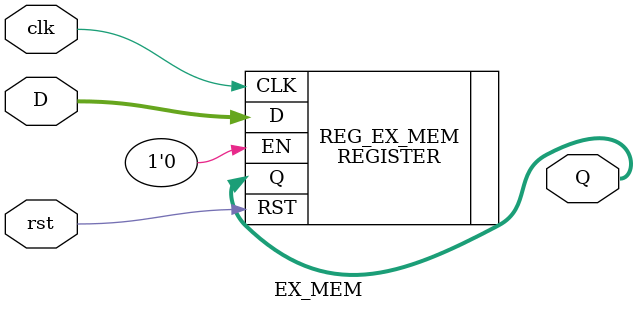
<source format=v>
module EX_MEM
#(
    parameter  W = 107
)
(
    input           clk     ,
    input           rst     ,
    input   [W-1:0] D       ,
    output  [W-1:0] Q
);

    REGISTER #(W) REG_EX_MEM
    (
        .CLK(clk)   ,
        .RST(rst)   ,
        .EN(1'b0)   ,
        .D(D)       ,
        .Q(Q)
    );

endmodule
</source>
